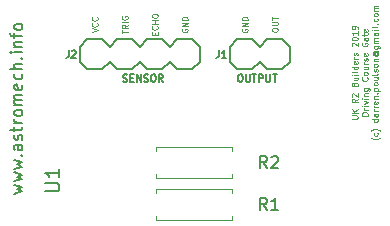
<source format=gbr>
G04 #@! TF.GenerationSoftware,KiCad,Pcbnew,5.0.2-bee76a0~70~ubuntu18.04.1*
G04 #@! TF.CreationDate,2019-05-12T23:41:40+01:00*
G04 #@! TF.ProjectId,Timer Gate,54696d65-7220-4476-9174-652e6b696361,rev?*
G04 #@! TF.SameCoordinates,Original*
G04 #@! TF.FileFunction,Legend,Top*
G04 #@! TF.FilePolarity,Positive*
%FSLAX46Y46*%
G04 Gerber Fmt 4.6, Leading zero omitted, Abs format (unit mm)*
G04 Created by KiCad (PCBNEW 5.0.2-bee76a0~70~ubuntu18.04.1) date Sun May 12 23:41:40 2019*
%MOMM*%
%LPD*%
G01*
G04 APERTURE LIST*
%ADD10C,0.200000*%
%ADD11C,0.100000*%
%ADD12C,0.203200*%
%ADD13C,0.120000*%
%ADD14C,0.150000*%
%ADD15C,0.127000*%
G04 APERTURE END LIST*
D10*
X120689714Y-91034285D02*
X121356380Y-90843809D01*
X120880190Y-90653333D01*
X121356380Y-90462857D01*
X120689714Y-90272380D01*
X120689714Y-89986666D02*
X121356380Y-89796190D01*
X120880190Y-89605714D01*
X121356380Y-89415238D01*
X120689714Y-89224761D01*
X120689714Y-88939047D02*
X121356380Y-88748571D01*
X120880190Y-88558095D01*
X121356380Y-88367619D01*
X120689714Y-88177142D01*
X121261142Y-87796190D02*
X121308761Y-87748571D01*
X121356380Y-87796190D01*
X121308761Y-87843809D01*
X121261142Y-87796190D01*
X121356380Y-87796190D01*
X121356380Y-86891428D02*
X120832571Y-86891428D01*
X120737333Y-86939047D01*
X120689714Y-87034285D01*
X120689714Y-87224761D01*
X120737333Y-87320000D01*
X121308761Y-86891428D02*
X121356380Y-86986666D01*
X121356380Y-87224761D01*
X121308761Y-87320000D01*
X121213523Y-87367619D01*
X121118285Y-87367619D01*
X121023047Y-87320000D01*
X120975428Y-87224761D01*
X120975428Y-86986666D01*
X120927809Y-86891428D01*
X121308761Y-86462857D02*
X121356380Y-86367619D01*
X121356380Y-86177142D01*
X121308761Y-86081904D01*
X121213523Y-86034285D01*
X121165904Y-86034285D01*
X121070666Y-86081904D01*
X121023047Y-86177142D01*
X121023047Y-86320000D01*
X120975428Y-86415238D01*
X120880190Y-86462857D01*
X120832571Y-86462857D01*
X120737333Y-86415238D01*
X120689714Y-86320000D01*
X120689714Y-86177142D01*
X120737333Y-86081904D01*
X120689714Y-85748571D02*
X120689714Y-85367619D01*
X120356380Y-85605714D02*
X121213523Y-85605714D01*
X121308761Y-85558095D01*
X121356380Y-85462857D01*
X121356380Y-85367619D01*
X121356380Y-85034285D02*
X120689714Y-85034285D01*
X120880190Y-85034285D02*
X120784952Y-84986666D01*
X120737333Y-84939047D01*
X120689714Y-84843809D01*
X120689714Y-84748571D01*
X121356380Y-84272380D02*
X121308761Y-84367619D01*
X121261142Y-84415238D01*
X121165904Y-84462857D01*
X120880190Y-84462857D01*
X120784952Y-84415238D01*
X120737333Y-84367619D01*
X120689714Y-84272380D01*
X120689714Y-84129523D01*
X120737333Y-84034285D01*
X120784952Y-83986666D01*
X120880190Y-83939047D01*
X121165904Y-83939047D01*
X121261142Y-83986666D01*
X121308761Y-84034285D01*
X121356380Y-84129523D01*
X121356380Y-84272380D01*
X121356380Y-83510476D02*
X120689714Y-83510476D01*
X120784952Y-83510476D02*
X120737333Y-83462857D01*
X120689714Y-83367619D01*
X120689714Y-83224761D01*
X120737333Y-83129523D01*
X120832571Y-83081904D01*
X121356380Y-83081904D01*
X120832571Y-83081904D02*
X120737333Y-83034285D01*
X120689714Y-82939047D01*
X120689714Y-82796190D01*
X120737333Y-82700952D01*
X120832571Y-82653333D01*
X121356380Y-82653333D01*
X121308761Y-81796190D02*
X121356380Y-81891428D01*
X121356380Y-82081904D01*
X121308761Y-82177142D01*
X121213523Y-82224761D01*
X120832571Y-82224761D01*
X120737333Y-82177142D01*
X120689714Y-82081904D01*
X120689714Y-81891428D01*
X120737333Y-81796190D01*
X120832571Y-81748571D01*
X120927809Y-81748571D01*
X121023047Y-82224761D01*
X121308761Y-80891428D02*
X121356380Y-80986666D01*
X121356380Y-81177142D01*
X121308761Y-81272380D01*
X121261142Y-81320000D01*
X121165904Y-81367619D01*
X120880190Y-81367619D01*
X120784952Y-81320000D01*
X120737333Y-81272380D01*
X120689714Y-81177142D01*
X120689714Y-80986666D01*
X120737333Y-80891428D01*
X121356380Y-80462857D02*
X120356380Y-80462857D01*
X121356380Y-80034285D02*
X120832571Y-80034285D01*
X120737333Y-80081904D01*
X120689714Y-80177142D01*
X120689714Y-80320000D01*
X120737333Y-80415238D01*
X120784952Y-80462857D01*
X121261142Y-79558095D02*
X121308761Y-79510476D01*
X121356380Y-79558095D01*
X121308761Y-79605714D01*
X121261142Y-79558095D01*
X121356380Y-79558095D01*
X121356380Y-79081904D02*
X120689714Y-79081904D01*
X120356380Y-79081904D02*
X120404000Y-79129523D01*
X120451619Y-79081904D01*
X120404000Y-79034285D01*
X120356380Y-79081904D01*
X120451619Y-79081904D01*
X120689714Y-78605714D02*
X121356380Y-78605714D01*
X120784952Y-78605714D02*
X120737333Y-78558095D01*
X120689714Y-78462857D01*
X120689714Y-78320000D01*
X120737333Y-78224761D01*
X120832571Y-78177142D01*
X121356380Y-78177142D01*
X120689714Y-77843809D02*
X120689714Y-77462857D01*
X121356380Y-77700952D02*
X120499238Y-77700952D01*
X120404000Y-77653333D01*
X120356380Y-77558095D01*
X120356380Y-77462857D01*
X121356380Y-76986666D02*
X121308761Y-77081904D01*
X121261142Y-77129523D01*
X121165904Y-77177142D01*
X120880190Y-77177142D01*
X120784952Y-77129523D01*
X120737333Y-77081904D01*
X120689714Y-76986666D01*
X120689714Y-76843809D01*
X120737333Y-76748571D01*
X120784952Y-76700952D01*
X120880190Y-76653333D01*
X121165904Y-76653333D01*
X121261142Y-76700952D01*
X121308761Y-76748571D01*
X121356380Y-76843809D01*
X121356380Y-76986666D01*
D11*
X149244190Y-84700571D02*
X149648952Y-84700571D01*
X149696571Y-84676761D01*
X149720380Y-84652952D01*
X149744190Y-84605333D01*
X149744190Y-84510095D01*
X149720380Y-84462476D01*
X149696571Y-84438666D01*
X149648952Y-84414857D01*
X149244190Y-84414857D01*
X149744190Y-84176761D02*
X149244190Y-84176761D01*
X149744190Y-83891047D02*
X149458476Y-84105333D01*
X149244190Y-83891047D02*
X149529904Y-84176761D01*
X149744190Y-83010095D02*
X149506095Y-83176761D01*
X149744190Y-83295809D02*
X149244190Y-83295809D01*
X149244190Y-83105333D01*
X149268000Y-83057714D01*
X149291809Y-83033904D01*
X149339428Y-83010095D01*
X149410857Y-83010095D01*
X149458476Y-83033904D01*
X149482285Y-83057714D01*
X149506095Y-83105333D01*
X149506095Y-83295809D01*
X149291809Y-82819619D02*
X149268000Y-82795809D01*
X149244190Y-82748190D01*
X149244190Y-82629142D01*
X149268000Y-82581523D01*
X149291809Y-82557714D01*
X149339428Y-82533904D01*
X149387047Y-82533904D01*
X149458476Y-82557714D01*
X149744190Y-82843428D01*
X149744190Y-82533904D01*
X149482285Y-81772000D02*
X149506095Y-81700571D01*
X149529904Y-81676761D01*
X149577523Y-81652952D01*
X149648952Y-81652952D01*
X149696571Y-81676761D01*
X149720380Y-81700571D01*
X149744190Y-81748190D01*
X149744190Y-81938666D01*
X149244190Y-81938666D01*
X149244190Y-81772000D01*
X149268000Y-81724380D01*
X149291809Y-81700571D01*
X149339428Y-81676761D01*
X149387047Y-81676761D01*
X149434666Y-81700571D01*
X149458476Y-81724380D01*
X149482285Y-81772000D01*
X149482285Y-81938666D01*
X149410857Y-81224380D02*
X149744190Y-81224380D01*
X149410857Y-81438666D02*
X149672761Y-81438666D01*
X149720380Y-81414857D01*
X149744190Y-81367238D01*
X149744190Y-81295809D01*
X149720380Y-81248190D01*
X149696571Y-81224380D01*
X149744190Y-80986285D02*
X149410857Y-80986285D01*
X149244190Y-80986285D02*
X149268000Y-81010095D01*
X149291809Y-80986285D01*
X149268000Y-80962476D01*
X149244190Y-80986285D01*
X149291809Y-80986285D01*
X149744190Y-80676761D02*
X149720380Y-80724380D01*
X149672761Y-80748190D01*
X149244190Y-80748190D01*
X149744190Y-80272000D02*
X149244190Y-80272000D01*
X149720380Y-80272000D02*
X149744190Y-80319619D01*
X149744190Y-80414857D01*
X149720380Y-80462476D01*
X149696571Y-80486285D01*
X149648952Y-80510095D01*
X149506095Y-80510095D01*
X149458476Y-80486285D01*
X149434666Y-80462476D01*
X149410857Y-80414857D01*
X149410857Y-80319619D01*
X149434666Y-80272000D01*
X149720380Y-79843428D02*
X149744190Y-79891047D01*
X149744190Y-79986285D01*
X149720380Y-80033904D01*
X149672761Y-80057714D01*
X149482285Y-80057714D01*
X149434666Y-80033904D01*
X149410857Y-79986285D01*
X149410857Y-79891047D01*
X149434666Y-79843428D01*
X149482285Y-79819619D01*
X149529904Y-79819619D01*
X149577523Y-80057714D01*
X149744190Y-79605333D02*
X149410857Y-79605333D01*
X149506095Y-79605333D02*
X149458476Y-79581523D01*
X149434666Y-79557714D01*
X149410857Y-79510095D01*
X149410857Y-79462476D01*
X149720380Y-79319619D02*
X149744190Y-79272000D01*
X149744190Y-79176761D01*
X149720380Y-79129142D01*
X149672761Y-79105333D01*
X149648952Y-79105333D01*
X149601333Y-79129142D01*
X149577523Y-79176761D01*
X149577523Y-79248190D01*
X149553714Y-79295809D01*
X149506095Y-79319619D01*
X149482285Y-79319619D01*
X149434666Y-79295809D01*
X149410857Y-79248190D01*
X149410857Y-79176761D01*
X149434666Y-79129142D01*
X149291809Y-78533904D02*
X149268000Y-78510095D01*
X149244190Y-78462476D01*
X149244190Y-78343428D01*
X149268000Y-78295809D01*
X149291809Y-78272000D01*
X149339428Y-78248190D01*
X149387047Y-78248190D01*
X149458476Y-78272000D01*
X149744190Y-78557714D01*
X149744190Y-78248190D01*
X149244190Y-77938666D02*
X149244190Y-77891047D01*
X149268000Y-77843428D01*
X149291809Y-77819619D01*
X149339428Y-77795809D01*
X149434666Y-77772000D01*
X149553714Y-77772000D01*
X149648952Y-77795809D01*
X149696571Y-77819619D01*
X149720380Y-77843428D01*
X149744190Y-77891047D01*
X149744190Y-77938666D01*
X149720380Y-77986285D01*
X149696571Y-78010095D01*
X149648952Y-78033904D01*
X149553714Y-78057714D01*
X149434666Y-78057714D01*
X149339428Y-78033904D01*
X149291809Y-78010095D01*
X149268000Y-77986285D01*
X149244190Y-77938666D01*
X149744190Y-77295809D02*
X149744190Y-77581523D01*
X149744190Y-77438666D02*
X149244190Y-77438666D01*
X149315619Y-77486285D01*
X149363238Y-77533904D01*
X149387047Y-77581523D01*
X149744190Y-77057714D02*
X149744190Y-76962476D01*
X149720380Y-76914857D01*
X149696571Y-76891047D01*
X149625142Y-76843428D01*
X149529904Y-76819619D01*
X149339428Y-76819619D01*
X149291809Y-76843428D01*
X149268000Y-76867238D01*
X149244190Y-76914857D01*
X149244190Y-77010095D01*
X149268000Y-77057714D01*
X149291809Y-77081523D01*
X149339428Y-77105333D01*
X149458476Y-77105333D01*
X149506095Y-77081523D01*
X149529904Y-77057714D01*
X149553714Y-77010095D01*
X149553714Y-76914857D01*
X149529904Y-76867238D01*
X149506095Y-76843428D01*
X149458476Y-76819619D01*
X150594190Y-84426761D02*
X150094190Y-84426761D01*
X150094190Y-84307714D01*
X150118000Y-84236285D01*
X150165619Y-84188666D01*
X150213238Y-84164857D01*
X150308476Y-84141047D01*
X150379904Y-84141047D01*
X150475142Y-84164857D01*
X150522761Y-84188666D01*
X150570380Y-84236285D01*
X150594190Y-84307714D01*
X150594190Y-84426761D01*
X150594190Y-83926761D02*
X150260857Y-83926761D01*
X150356095Y-83926761D02*
X150308476Y-83902952D01*
X150284666Y-83879142D01*
X150260857Y-83831523D01*
X150260857Y-83783904D01*
X150594190Y-83617238D02*
X150260857Y-83617238D01*
X150094190Y-83617238D02*
X150118000Y-83641047D01*
X150141809Y-83617238D01*
X150118000Y-83593428D01*
X150094190Y-83617238D01*
X150141809Y-83617238D01*
X150260857Y-83426761D02*
X150594190Y-83307714D01*
X150260857Y-83188666D01*
X150594190Y-82998190D02*
X150260857Y-82998190D01*
X150094190Y-82998190D02*
X150118000Y-83022000D01*
X150141809Y-82998190D01*
X150118000Y-82974380D01*
X150094190Y-82998190D01*
X150141809Y-82998190D01*
X150260857Y-82760095D02*
X150594190Y-82760095D01*
X150308476Y-82760095D02*
X150284666Y-82736285D01*
X150260857Y-82688666D01*
X150260857Y-82617238D01*
X150284666Y-82569619D01*
X150332285Y-82545809D01*
X150594190Y-82545809D01*
X150260857Y-82093428D02*
X150665619Y-82093428D01*
X150713238Y-82117238D01*
X150737047Y-82141047D01*
X150760857Y-82188666D01*
X150760857Y-82260095D01*
X150737047Y-82307714D01*
X150570380Y-82093428D02*
X150594190Y-82141047D01*
X150594190Y-82236285D01*
X150570380Y-82283904D01*
X150546571Y-82307714D01*
X150498952Y-82331523D01*
X150356095Y-82331523D01*
X150308476Y-82307714D01*
X150284666Y-82283904D01*
X150260857Y-82236285D01*
X150260857Y-82141047D01*
X150284666Y-82093428D01*
X150546571Y-81188666D02*
X150570380Y-81212476D01*
X150594190Y-81283904D01*
X150594190Y-81331523D01*
X150570380Y-81402952D01*
X150522761Y-81450571D01*
X150475142Y-81474380D01*
X150379904Y-81498190D01*
X150308476Y-81498190D01*
X150213238Y-81474380D01*
X150165619Y-81450571D01*
X150118000Y-81402952D01*
X150094190Y-81331523D01*
X150094190Y-81283904D01*
X150118000Y-81212476D01*
X150141809Y-81188666D01*
X150594190Y-80902952D02*
X150570380Y-80950571D01*
X150546571Y-80974380D01*
X150498952Y-80998190D01*
X150356095Y-80998190D01*
X150308476Y-80974380D01*
X150284666Y-80950571D01*
X150260857Y-80902952D01*
X150260857Y-80831523D01*
X150284666Y-80783904D01*
X150308476Y-80760095D01*
X150356095Y-80736285D01*
X150498952Y-80736285D01*
X150546571Y-80760095D01*
X150570380Y-80783904D01*
X150594190Y-80831523D01*
X150594190Y-80902952D01*
X150260857Y-80307714D02*
X150594190Y-80307714D01*
X150260857Y-80522000D02*
X150522761Y-80522000D01*
X150570380Y-80498190D01*
X150594190Y-80450571D01*
X150594190Y-80379142D01*
X150570380Y-80331523D01*
X150546571Y-80307714D01*
X150594190Y-80069619D02*
X150260857Y-80069619D01*
X150356095Y-80069619D02*
X150308476Y-80045809D01*
X150284666Y-80022000D01*
X150260857Y-79974380D01*
X150260857Y-79926761D01*
X150570380Y-79783904D02*
X150594190Y-79736285D01*
X150594190Y-79641047D01*
X150570380Y-79593428D01*
X150522761Y-79569619D01*
X150498952Y-79569619D01*
X150451333Y-79593428D01*
X150427523Y-79641047D01*
X150427523Y-79712476D01*
X150403714Y-79760095D01*
X150356095Y-79783904D01*
X150332285Y-79783904D01*
X150284666Y-79760095D01*
X150260857Y-79712476D01*
X150260857Y-79641047D01*
X150284666Y-79593428D01*
X150570380Y-79164857D02*
X150594190Y-79212476D01*
X150594190Y-79307714D01*
X150570380Y-79355333D01*
X150522761Y-79379142D01*
X150332285Y-79379142D01*
X150284666Y-79355333D01*
X150260857Y-79307714D01*
X150260857Y-79212476D01*
X150284666Y-79164857D01*
X150332285Y-79141047D01*
X150379904Y-79141047D01*
X150427523Y-79379142D01*
X150118000Y-78283904D02*
X150094190Y-78331523D01*
X150094190Y-78402952D01*
X150118000Y-78474380D01*
X150165619Y-78522000D01*
X150213238Y-78545809D01*
X150308476Y-78569619D01*
X150379904Y-78569619D01*
X150475142Y-78545809D01*
X150522761Y-78522000D01*
X150570380Y-78474380D01*
X150594190Y-78402952D01*
X150594190Y-78355333D01*
X150570380Y-78283904D01*
X150546571Y-78260095D01*
X150379904Y-78260095D01*
X150379904Y-78355333D01*
X150594190Y-77831523D02*
X150332285Y-77831523D01*
X150284666Y-77855333D01*
X150260857Y-77902952D01*
X150260857Y-77998190D01*
X150284666Y-78045809D01*
X150570380Y-77831523D02*
X150594190Y-77879142D01*
X150594190Y-77998190D01*
X150570380Y-78045809D01*
X150522761Y-78069619D01*
X150475142Y-78069619D01*
X150427523Y-78045809D01*
X150403714Y-77998190D01*
X150403714Y-77879142D01*
X150379904Y-77831523D01*
X150260857Y-77664857D02*
X150260857Y-77474380D01*
X150094190Y-77593428D02*
X150522761Y-77593428D01*
X150570380Y-77569619D01*
X150594190Y-77522000D01*
X150594190Y-77474380D01*
X150570380Y-77117238D02*
X150594190Y-77164857D01*
X150594190Y-77260095D01*
X150570380Y-77307714D01*
X150522761Y-77331523D01*
X150332285Y-77331523D01*
X150284666Y-77307714D01*
X150260857Y-77260095D01*
X150260857Y-77164857D01*
X150284666Y-77117238D01*
X150332285Y-77093428D01*
X150379904Y-77093428D01*
X150427523Y-77331523D01*
X151634666Y-86283904D02*
X151610857Y-86307714D01*
X151539428Y-86355333D01*
X151491809Y-86379142D01*
X151420380Y-86402952D01*
X151301333Y-86426761D01*
X151206095Y-86426761D01*
X151087047Y-86402952D01*
X151015619Y-86379142D01*
X150968000Y-86355333D01*
X150896571Y-86307714D01*
X150872761Y-86283904D01*
X151420380Y-85879142D02*
X151444190Y-85926761D01*
X151444190Y-86022000D01*
X151420380Y-86069619D01*
X151396571Y-86093428D01*
X151348952Y-86117238D01*
X151206095Y-86117238D01*
X151158476Y-86093428D01*
X151134666Y-86069619D01*
X151110857Y-86022000D01*
X151110857Y-85926761D01*
X151134666Y-85879142D01*
X151634666Y-85712476D02*
X151610857Y-85688666D01*
X151539428Y-85641047D01*
X151491809Y-85617238D01*
X151420380Y-85593428D01*
X151301333Y-85569619D01*
X151206095Y-85569619D01*
X151087047Y-85593428D01*
X151015619Y-85617238D01*
X150968000Y-85641047D01*
X150896571Y-85688666D01*
X150872761Y-85712476D01*
X151444190Y-84736285D02*
X150944190Y-84736285D01*
X151420380Y-84736285D02*
X151444190Y-84783904D01*
X151444190Y-84879142D01*
X151420380Y-84926761D01*
X151396571Y-84950571D01*
X151348952Y-84974380D01*
X151206095Y-84974380D01*
X151158476Y-84950571D01*
X151134666Y-84926761D01*
X151110857Y-84879142D01*
X151110857Y-84783904D01*
X151134666Y-84736285D01*
X151444190Y-84283904D02*
X151182285Y-84283904D01*
X151134666Y-84307714D01*
X151110857Y-84355333D01*
X151110857Y-84450571D01*
X151134666Y-84498190D01*
X151420380Y-84283904D02*
X151444190Y-84331523D01*
X151444190Y-84450571D01*
X151420380Y-84498190D01*
X151372761Y-84522000D01*
X151325142Y-84522000D01*
X151277523Y-84498190D01*
X151253714Y-84450571D01*
X151253714Y-84331523D01*
X151229904Y-84283904D01*
X151444190Y-84045809D02*
X151110857Y-84045809D01*
X151206095Y-84045809D02*
X151158476Y-84022000D01*
X151134666Y-83998190D01*
X151110857Y-83950571D01*
X151110857Y-83902952D01*
X151444190Y-83736285D02*
X151110857Y-83736285D01*
X151206095Y-83736285D02*
X151158476Y-83712476D01*
X151134666Y-83688666D01*
X151110857Y-83641047D01*
X151110857Y-83593428D01*
X151420380Y-83236285D02*
X151444190Y-83283904D01*
X151444190Y-83379142D01*
X151420380Y-83426761D01*
X151372761Y-83450571D01*
X151182285Y-83450571D01*
X151134666Y-83426761D01*
X151110857Y-83379142D01*
X151110857Y-83283904D01*
X151134666Y-83236285D01*
X151182285Y-83212476D01*
X151229904Y-83212476D01*
X151277523Y-83450571D01*
X151110857Y-82998190D02*
X151444190Y-82998190D01*
X151158476Y-82998190D02*
X151134666Y-82974380D01*
X151110857Y-82926761D01*
X151110857Y-82855333D01*
X151134666Y-82807714D01*
X151182285Y-82783904D01*
X151444190Y-82783904D01*
X151396571Y-82545809D02*
X151420380Y-82522000D01*
X151444190Y-82545809D01*
X151420380Y-82569619D01*
X151396571Y-82545809D01*
X151444190Y-82545809D01*
X151110857Y-82307714D02*
X151610857Y-82307714D01*
X151134666Y-82307714D02*
X151110857Y-82260095D01*
X151110857Y-82164857D01*
X151134666Y-82117238D01*
X151158476Y-82093428D01*
X151206095Y-82069619D01*
X151348952Y-82069619D01*
X151396571Y-82093428D01*
X151420380Y-82117238D01*
X151444190Y-82164857D01*
X151444190Y-82260095D01*
X151420380Y-82307714D01*
X151444190Y-81783904D02*
X151420380Y-81831523D01*
X151396571Y-81855333D01*
X151348952Y-81879142D01*
X151206095Y-81879142D01*
X151158476Y-81855333D01*
X151134666Y-81831523D01*
X151110857Y-81783904D01*
X151110857Y-81712476D01*
X151134666Y-81664857D01*
X151158476Y-81641047D01*
X151206095Y-81617238D01*
X151348952Y-81617238D01*
X151396571Y-81641047D01*
X151420380Y-81664857D01*
X151444190Y-81712476D01*
X151444190Y-81783904D01*
X151110857Y-81188666D02*
X151444190Y-81188666D01*
X151110857Y-81402952D02*
X151372761Y-81402952D01*
X151420380Y-81379142D01*
X151444190Y-81331523D01*
X151444190Y-81260095D01*
X151420380Y-81212476D01*
X151396571Y-81188666D01*
X151444190Y-80879142D02*
X151420380Y-80926761D01*
X151372761Y-80950571D01*
X150944190Y-80950571D01*
X151420380Y-80712476D02*
X151444190Y-80664857D01*
X151444190Y-80569619D01*
X151420380Y-80522000D01*
X151372761Y-80498190D01*
X151348952Y-80498190D01*
X151301333Y-80522000D01*
X151277523Y-80569619D01*
X151277523Y-80641047D01*
X151253714Y-80688666D01*
X151206095Y-80712476D01*
X151182285Y-80712476D01*
X151134666Y-80688666D01*
X151110857Y-80641047D01*
X151110857Y-80569619D01*
X151134666Y-80522000D01*
X151444190Y-80212476D02*
X151420380Y-80260095D01*
X151396571Y-80283904D01*
X151348952Y-80307714D01*
X151206095Y-80307714D01*
X151158476Y-80283904D01*
X151134666Y-80260095D01*
X151110857Y-80212476D01*
X151110857Y-80141047D01*
X151134666Y-80093428D01*
X151158476Y-80069619D01*
X151206095Y-80045809D01*
X151348952Y-80045809D01*
X151396571Y-80069619D01*
X151420380Y-80093428D01*
X151444190Y-80141047D01*
X151444190Y-80212476D01*
X151110857Y-79831523D02*
X151444190Y-79831523D01*
X151158476Y-79831523D02*
X151134666Y-79807714D01*
X151110857Y-79760095D01*
X151110857Y-79688666D01*
X151134666Y-79641047D01*
X151182285Y-79617238D01*
X151444190Y-79617238D01*
X151206095Y-79069619D02*
X151182285Y-79093428D01*
X151158476Y-79141047D01*
X151158476Y-79188666D01*
X151182285Y-79236285D01*
X151206095Y-79260095D01*
X151253714Y-79283904D01*
X151301333Y-79283904D01*
X151348952Y-79260095D01*
X151372761Y-79236285D01*
X151396571Y-79188666D01*
X151396571Y-79141047D01*
X151372761Y-79093428D01*
X151348952Y-79069619D01*
X151158476Y-79069619D02*
X151348952Y-79069619D01*
X151372761Y-79045809D01*
X151372761Y-79022000D01*
X151348952Y-78974380D01*
X151301333Y-78950571D01*
X151182285Y-78950571D01*
X151110857Y-78998190D01*
X151063238Y-79069619D01*
X151039428Y-79164857D01*
X151063238Y-79260095D01*
X151110857Y-79331523D01*
X151182285Y-79379142D01*
X151277523Y-79402952D01*
X151372761Y-79379142D01*
X151444190Y-79331523D01*
X151491809Y-79260095D01*
X151515619Y-79164857D01*
X151491809Y-79069619D01*
X151444190Y-78998190D01*
X151110857Y-78522000D02*
X151515619Y-78522000D01*
X151563238Y-78545809D01*
X151587047Y-78569619D01*
X151610857Y-78617238D01*
X151610857Y-78688666D01*
X151587047Y-78736285D01*
X151420380Y-78522000D02*
X151444190Y-78569619D01*
X151444190Y-78664857D01*
X151420380Y-78712476D01*
X151396571Y-78736285D01*
X151348952Y-78760095D01*
X151206095Y-78760095D01*
X151158476Y-78736285D01*
X151134666Y-78712476D01*
X151110857Y-78664857D01*
X151110857Y-78569619D01*
X151134666Y-78522000D01*
X151444190Y-78283904D02*
X151110857Y-78283904D01*
X151158476Y-78283904D02*
X151134666Y-78260095D01*
X151110857Y-78212476D01*
X151110857Y-78141047D01*
X151134666Y-78093428D01*
X151182285Y-78069619D01*
X151444190Y-78069619D01*
X151182285Y-78069619D02*
X151134666Y-78045809D01*
X151110857Y-77998190D01*
X151110857Y-77926761D01*
X151134666Y-77879142D01*
X151182285Y-77855333D01*
X151444190Y-77855333D01*
X151444190Y-77402952D02*
X151182285Y-77402952D01*
X151134666Y-77426761D01*
X151110857Y-77474380D01*
X151110857Y-77569619D01*
X151134666Y-77617238D01*
X151420380Y-77402952D02*
X151444190Y-77450571D01*
X151444190Y-77569619D01*
X151420380Y-77617238D01*
X151372761Y-77641047D01*
X151325142Y-77641047D01*
X151277523Y-77617238D01*
X151253714Y-77569619D01*
X151253714Y-77450571D01*
X151229904Y-77402952D01*
X151444190Y-77164857D02*
X151110857Y-77164857D01*
X150944190Y-77164857D02*
X150968000Y-77188666D01*
X150991809Y-77164857D01*
X150968000Y-77141047D01*
X150944190Y-77164857D01*
X150991809Y-77164857D01*
X151444190Y-76855333D02*
X151420380Y-76902952D01*
X151372761Y-76926761D01*
X150944190Y-76926761D01*
X151396571Y-76664857D02*
X151420380Y-76641047D01*
X151444190Y-76664857D01*
X151420380Y-76688666D01*
X151396571Y-76664857D01*
X151444190Y-76664857D01*
X151420380Y-76212476D02*
X151444190Y-76260095D01*
X151444190Y-76355333D01*
X151420380Y-76402952D01*
X151396571Y-76426761D01*
X151348952Y-76450571D01*
X151206095Y-76450571D01*
X151158476Y-76426761D01*
X151134666Y-76402952D01*
X151110857Y-76355333D01*
X151110857Y-76260095D01*
X151134666Y-76212476D01*
X151444190Y-75926761D02*
X151420380Y-75974380D01*
X151396571Y-75998190D01*
X151348952Y-76022000D01*
X151206095Y-76022000D01*
X151158476Y-75998190D01*
X151134666Y-75974380D01*
X151110857Y-75926761D01*
X151110857Y-75855333D01*
X151134666Y-75807714D01*
X151158476Y-75783904D01*
X151206095Y-75760095D01*
X151348952Y-75760095D01*
X151396571Y-75783904D01*
X151420380Y-75807714D01*
X151444190Y-75855333D01*
X151444190Y-75926761D01*
X151444190Y-75545809D02*
X151110857Y-75545809D01*
X151158476Y-75545809D02*
X151134666Y-75522000D01*
X151110857Y-75474380D01*
X151110857Y-75402952D01*
X151134666Y-75355333D01*
X151182285Y-75331523D01*
X151444190Y-75331523D01*
X151182285Y-75331523D02*
X151134666Y-75307714D01*
X151110857Y-75260095D01*
X151110857Y-75188666D01*
X151134666Y-75141047D01*
X151182285Y-75117238D01*
X151444190Y-75117238D01*
X134878000Y-77088952D02*
X134854190Y-77136571D01*
X134854190Y-77208000D01*
X134878000Y-77279428D01*
X134925619Y-77327047D01*
X134973238Y-77350857D01*
X135068476Y-77374666D01*
X135139904Y-77374666D01*
X135235142Y-77350857D01*
X135282761Y-77327047D01*
X135330380Y-77279428D01*
X135354190Y-77208000D01*
X135354190Y-77160380D01*
X135330380Y-77088952D01*
X135306571Y-77065142D01*
X135139904Y-77065142D01*
X135139904Y-77160380D01*
X135354190Y-76850857D02*
X134854190Y-76850857D01*
X135354190Y-76565142D01*
X134854190Y-76565142D01*
X135354190Y-76327047D02*
X134854190Y-76327047D01*
X134854190Y-76208000D01*
X134878000Y-76136571D01*
X134925619Y-76088952D01*
X134973238Y-76065142D01*
X135068476Y-76041333D01*
X135139904Y-76041333D01*
X135235142Y-76065142D01*
X135282761Y-76088952D01*
X135330380Y-76136571D01*
X135354190Y-76208000D01*
X135354190Y-76327047D01*
X132552285Y-77588952D02*
X132552285Y-77422285D01*
X132814190Y-77350857D02*
X132814190Y-77588952D01*
X132314190Y-77588952D01*
X132314190Y-77350857D01*
X132766571Y-76850857D02*
X132790380Y-76874666D01*
X132814190Y-76946095D01*
X132814190Y-76993714D01*
X132790380Y-77065142D01*
X132742761Y-77112761D01*
X132695142Y-77136571D01*
X132599904Y-77160380D01*
X132528476Y-77160380D01*
X132433238Y-77136571D01*
X132385619Y-77112761D01*
X132338000Y-77065142D01*
X132314190Y-76993714D01*
X132314190Y-76946095D01*
X132338000Y-76874666D01*
X132361809Y-76850857D01*
X132814190Y-76636571D02*
X132314190Y-76636571D01*
X132552285Y-76636571D02*
X132552285Y-76350857D01*
X132814190Y-76350857D02*
X132314190Y-76350857D01*
X132314190Y-76017523D02*
X132314190Y-75922285D01*
X132338000Y-75874666D01*
X132385619Y-75827047D01*
X132480857Y-75803238D01*
X132647523Y-75803238D01*
X132742761Y-75827047D01*
X132790380Y-75874666D01*
X132814190Y-75922285D01*
X132814190Y-76017523D01*
X132790380Y-76065142D01*
X132742761Y-76112761D01*
X132647523Y-76136571D01*
X132480857Y-76136571D01*
X132385619Y-76112761D01*
X132338000Y-76065142D01*
X132314190Y-76017523D01*
X129774190Y-77469904D02*
X129774190Y-77184190D01*
X130274190Y-77327047D02*
X129774190Y-77327047D01*
X130274190Y-76731809D02*
X130036095Y-76898476D01*
X130274190Y-77017523D02*
X129774190Y-77017523D01*
X129774190Y-76827047D01*
X129798000Y-76779428D01*
X129821809Y-76755619D01*
X129869428Y-76731809D01*
X129940857Y-76731809D01*
X129988476Y-76755619D01*
X130012285Y-76779428D01*
X130036095Y-76827047D01*
X130036095Y-77017523D01*
X130274190Y-76517523D02*
X129774190Y-76517523D01*
X129798000Y-76017523D02*
X129774190Y-76065142D01*
X129774190Y-76136571D01*
X129798000Y-76208000D01*
X129845619Y-76255619D01*
X129893238Y-76279428D01*
X129988476Y-76303238D01*
X130059904Y-76303238D01*
X130155142Y-76279428D01*
X130202761Y-76255619D01*
X130250380Y-76208000D01*
X130274190Y-76136571D01*
X130274190Y-76088952D01*
X130250380Y-76017523D01*
X130226571Y-75993714D01*
X130059904Y-75993714D01*
X130059904Y-76088952D01*
X127234190Y-77374666D02*
X127734190Y-77208000D01*
X127234190Y-77041333D01*
X127686571Y-76588952D02*
X127710380Y-76612761D01*
X127734190Y-76684190D01*
X127734190Y-76731809D01*
X127710380Y-76803238D01*
X127662761Y-76850857D01*
X127615142Y-76874666D01*
X127519904Y-76898476D01*
X127448476Y-76898476D01*
X127353238Y-76874666D01*
X127305619Y-76850857D01*
X127258000Y-76803238D01*
X127234190Y-76731809D01*
X127234190Y-76684190D01*
X127258000Y-76612761D01*
X127281809Y-76588952D01*
X127686571Y-76088952D02*
X127710380Y-76112761D01*
X127734190Y-76184190D01*
X127734190Y-76231809D01*
X127710380Y-76303238D01*
X127662761Y-76350857D01*
X127615142Y-76374666D01*
X127519904Y-76398476D01*
X127448476Y-76398476D01*
X127353238Y-76374666D01*
X127305619Y-76350857D01*
X127258000Y-76303238D01*
X127234190Y-76231809D01*
X127234190Y-76184190D01*
X127258000Y-76112761D01*
X127281809Y-76088952D01*
X142474190Y-77208000D02*
X142474190Y-77112761D01*
X142498000Y-77065142D01*
X142545619Y-77017523D01*
X142640857Y-76993714D01*
X142807523Y-76993714D01*
X142902761Y-77017523D01*
X142950380Y-77065142D01*
X142974190Y-77112761D01*
X142974190Y-77208000D01*
X142950380Y-77255619D01*
X142902761Y-77303238D01*
X142807523Y-77327047D01*
X142640857Y-77327047D01*
X142545619Y-77303238D01*
X142498000Y-77255619D01*
X142474190Y-77208000D01*
X142474190Y-76779428D02*
X142878952Y-76779428D01*
X142926571Y-76755619D01*
X142950380Y-76731809D01*
X142974190Y-76684190D01*
X142974190Y-76588952D01*
X142950380Y-76541333D01*
X142926571Y-76517523D01*
X142878952Y-76493714D01*
X142474190Y-76493714D01*
X142474190Y-76327047D02*
X142474190Y-76041333D01*
X142974190Y-76184190D02*
X142474190Y-76184190D01*
X139958000Y-77088952D02*
X139934190Y-77136571D01*
X139934190Y-77208000D01*
X139958000Y-77279428D01*
X140005619Y-77327047D01*
X140053238Y-77350857D01*
X140148476Y-77374666D01*
X140219904Y-77374666D01*
X140315142Y-77350857D01*
X140362761Y-77327047D01*
X140410380Y-77279428D01*
X140434190Y-77208000D01*
X140434190Y-77160380D01*
X140410380Y-77088952D01*
X140386571Y-77065142D01*
X140219904Y-77065142D01*
X140219904Y-77160380D01*
X140434190Y-76850857D02*
X139934190Y-76850857D01*
X140434190Y-76565142D01*
X139934190Y-76565142D01*
X140434190Y-76327047D02*
X139934190Y-76327047D01*
X139934190Y-76208000D01*
X139958000Y-76136571D01*
X140005619Y-76088952D01*
X140053238Y-76065142D01*
X140148476Y-76041333D01*
X140219904Y-76041333D01*
X140315142Y-76065142D01*
X140362761Y-76088952D01*
X140410380Y-76136571D01*
X140434190Y-76208000D01*
X140434190Y-76327047D01*
D12*
G04 #@! TO.C,J1*
X139573000Y-77978000D02*
X140843000Y-77978000D01*
X140843000Y-77978000D02*
X141478000Y-78613000D01*
X141478000Y-79883000D02*
X140843000Y-80518000D01*
X141478000Y-78613000D02*
X142113000Y-77978000D01*
X142113000Y-77978000D02*
X143383000Y-77978000D01*
X143383000Y-77978000D02*
X144018000Y-78613000D01*
X144018000Y-79883000D02*
X143383000Y-80518000D01*
X143383000Y-80518000D02*
X142113000Y-80518000D01*
X142113000Y-80518000D02*
X141478000Y-79883000D01*
X138938000Y-78613000D02*
X138938000Y-79883000D01*
X139573000Y-77978000D02*
X138938000Y-78613000D01*
X138938000Y-79883000D02*
X139573000Y-80518000D01*
X140843000Y-80518000D02*
X139573000Y-80518000D01*
X144018000Y-78613000D02*
X144018000Y-79883000D01*
G04 #@! TO.C,J2*
X134493000Y-77978000D02*
X135763000Y-77978000D01*
X135763000Y-77978000D02*
X136398000Y-78613000D01*
X136398000Y-79883000D02*
X135763000Y-80518000D01*
X131318000Y-78613000D02*
X131953000Y-77978000D01*
X131953000Y-77978000D02*
X133223000Y-77978000D01*
X133223000Y-77978000D02*
X133858000Y-78613000D01*
X133858000Y-79883000D02*
X133223000Y-80518000D01*
X133223000Y-80518000D02*
X131953000Y-80518000D01*
X131953000Y-80518000D02*
X131318000Y-79883000D01*
X134493000Y-77978000D02*
X133858000Y-78613000D01*
X133858000Y-79883000D02*
X134493000Y-80518000D01*
X135763000Y-80518000D02*
X134493000Y-80518000D01*
X126873000Y-77978000D02*
X128143000Y-77978000D01*
X128143000Y-77978000D02*
X128778000Y-78613000D01*
X128778000Y-79883000D02*
X128143000Y-80518000D01*
X128778000Y-78613000D02*
X129413000Y-77978000D01*
X129413000Y-77978000D02*
X130683000Y-77978000D01*
X130683000Y-77978000D02*
X131318000Y-78613000D01*
X131318000Y-79883000D02*
X130683000Y-80518000D01*
X130683000Y-80518000D02*
X129413000Y-80518000D01*
X129413000Y-80518000D02*
X128778000Y-79883000D01*
X126238000Y-78613000D02*
X126238000Y-79883000D01*
X126873000Y-77978000D02*
X126238000Y-78613000D01*
X126238000Y-79883000D02*
X126873000Y-80518000D01*
X128143000Y-80518000D02*
X126873000Y-80518000D01*
X136398000Y-78613000D02*
X136398000Y-79883000D01*
D13*
G04 #@! TO.C,R1*
X139100000Y-93258000D02*
X139100000Y-92928000D01*
X132680000Y-93258000D02*
X139100000Y-93258000D01*
X132680000Y-92928000D02*
X132680000Y-93258000D01*
X139100000Y-90638000D02*
X139100000Y-90968000D01*
X132680000Y-90638000D02*
X139100000Y-90638000D01*
X132680000Y-90968000D02*
X132680000Y-90638000D01*
G04 #@! TO.C,R2*
X132680000Y-87412000D02*
X132680000Y-87082000D01*
X132680000Y-87082000D02*
X139100000Y-87082000D01*
X139100000Y-87082000D02*
X139100000Y-87412000D01*
X132680000Y-89372000D02*
X132680000Y-89702000D01*
X132680000Y-89702000D02*
X139100000Y-89702000D01*
X139100000Y-89702000D02*
X139100000Y-89372000D01*
G04 #@! TO.C,*
D14*
G04 #@! TO.C,J1*
D15*
X137972800Y-78914171D02*
X137972800Y-79349600D01*
X137943771Y-79436685D01*
X137885714Y-79494742D01*
X137798628Y-79523771D01*
X137740571Y-79523771D01*
X138582400Y-79523771D02*
X138234057Y-79523771D01*
X138408228Y-79523771D02*
X138408228Y-78914171D01*
X138350171Y-79001257D01*
X138292114Y-79059314D01*
X138234057Y-79088342D01*
X139758057Y-80946171D02*
X139874171Y-80946171D01*
X139932228Y-80975200D01*
X139990285Y-81033257D01*
X140019314Y-81149371D01*
X140019314Y-81352571D01*
X139990285Y-81468685D01*
X139932228Y-81526742D01*
X139874171Y-81555771D01*
X139758057Y-81555771D01*
X139700000Y-81526742D01*
X139641942Y-81468685D01*
X139612914Y-81352571D01*
X139612914Y-81149371D01*
X139641942Y-81033257D01*
X139700000Y-80975200D01*
X139758057Y-80946171D01*
X140280571Y-80946171D02*
X140280571Y-81439657D01*
X140309600Y-81497714D01*
X140338628Y-81526742D01*
X140396685Y-81555771D01*
X140512800Y-81555771D01*
X140570857Y-81526742D01*
X140599885Y-81497714D01*
X140628914Y-81439657D01*
X140628914Y-80946171D01*
X140832114Y-80946171D02*
X141180457Y-80946171D01*
X141006285Y-81555771D02*
X141006285Y-80946171D01*
X141383657Y-81555771D02*
X141383657Y-80946171D01*
X141615885Y-80946171D01*
X141673942Y-80975200D01*
X141702971Y-81004228D01*
X141732000Y-81062285D01*
X141732000Y-81149371D01*
X141702971Y-81207428D01*
X141673942Y-81236457D01*
X141615885Y-81265485D01*
X141383657Y-81265485D01*
X141993257Y-80946171D02*
X141993257Y-81439657D01*
X142022285Y-81497714D01*
X142051314Y-81526742D01*
X142109371Y-81555771D01*
X142225485Y-81555771D01*
X142283542Y-81526742D01*
X142312571Y-81497714D01*
X142341600Y-81439657D01*
X142341600Y-80946171D01*
X142544800Y-80946171D02*
X142893142Y-80946171D01*
X142718971Y-81555771D02*
X142718971Y-80946171D01*
G04 #@! TO.C,J2*
X125272800Y-78914171D02*
X125272800Y-79349600D01*
X125243771Y-79436685D01*
X125185714Y-79494742D01*
X125098628Y-79523771D01*
X125040571Y-79523771D01*
X125534057Y-78972228D02*
X125563085Y-78943200D01*
X125621142Y-78914171D01*
X125766285Y-78914171D01*
X125824342Y-78943200D01*
X125853371Y-78972228D01*
X125882400Y-79030285D01*
X125882400Y-79088342D01*
X125853371Y-79175428D01*
X125505028Y-79523771D01*
X125882400Y-79523771D01*
X129888342Y-81526742D02*
X129975428Y-81555771D01*
X130120571Y-81555771D01*
X130178628Y-81526742D01*
X130207657Y-81497714D01*
X130236685Y-81439657D01*
X130236685Y-81381600D01*
X130207657Y-81323542D01*
X130178628Y-81294514D01*
X130120571Y-81265485D01*
X130004457Y-81236457D01*
X129946400Y-81207428D01*
X129917371Y-81178400D01*
X129888342Y-81120342D01*
X129888342Y-81062285D01*
X129917371Y-81004228D01*
X129946400Y-80975200D01*
X130004457Y-80946171D01*
X130149600Y-80946171D01*
X130236685Y-80975200D01*
X130497942Y-81236457D02*
X130701142Y-81236457D01*
X130788228Y-81555771D02*
X130497942Y-81555771D01*
X130497942Y-80946171D01*
X130788228Y-80946171D01*
X131049485Y-81555771D02*
X131049485Y-80946171D01*
X131397828Y-81555771D01*
X131397828Y-80946171D01*
X131659085Y-81526742D02*
X131746171Y-81555771D01*
X131891314Y-81555771D01*
X131949371Y-81526742D01*
X131978400Y-81497714D01*
X132007428Y-81439657D01*
X132007428Y-81381600D01*
X131978400Y-81323542D01*
X131949371Y-81294514D01*
X131891314Y-81265485D01*
X131775200Y-81236457D01*
X131717142Y-81207428D01*
X131688114Y-81178400D01*
X131659085Y-81120342D01*
X131659085Y-81062285D01*
X131688114Y-81004228D01*
X131717142Y-80975200D01*
X131775200Y-80946171D01*
X131920342Y-80946171D01*
X132007428Y-80975200D01*
X132384800Y-80946171D02*
X132500914Y-80946171D01*
X132558971Y-80975200D01*
X132617028Y-81033257D01*
X132646057Y-81149371D01*
X132646057Y-81352571D01*
X132617028Y-81468685D01*
X132558971Y-81526742D01*
X132500914Y-81555771D01*
X132384800Y-81555771D01*
X132326742Y-81526742D01*
X132268685Y-81468685D01*
X132239657Y-81352571D01*
X132239657Y-81149371D01*
X132268685Y-81033257D01*
X132326742Y-80975200D01*
X132384800Y-80946171D01*
X133255657Y-81555771D02*
X133052457Y-81265485D01*
X132907314Y-81555771D02*
X132907314Y-80946171D01*
X133139542Y-80946171D01*
X133197600Y-80975200D01*
X133226628Y-81004228D01*
X133255657Y-81062285D01*
X133255657Y-81149371D01*
X133226628Y-81207428D01*
X133197600Y-81236457D01*
X133139542Y-81265485D01*
X132907314Y-81265485D01*
G04 #@! TO.C,R1*
D14*
X142073333Y-92400380D02*
X141740000Y-91924190D01*
X141501904Y-92400380D02*
X141501904Y-91400380D01*
X141882857Y-91400380D01*
X141978095Y-91448000D01*
X142025714Y-91495619D01*
X142073333Y-91590857D01*
X142073333Y-91733714D01*
X142025714Y-91828952D01*
X141978095Y-91876571D01*
X141882857Y-91924190D01*
X141501904Y-91924190D01*
X143025714Y-92400380D02*
X142454285Y-92400380D01*
X142740000Y-92400380D02*
X142740000Y-91400380D01*
X142644761Y-91543238D01*
X142549523Y-91638476D01*
X142454285Y-91686095D01*
G04 #@! TO.C,R2*
X142073333Y-88844380D02*
X141740000Y-88368190D01*
X141501904Y-88844380D02*
X141501904Y-87844380D01*
X141882857Y-87844380D01*
X141978095Y-87892000D01*
X142025714Y-87939619D01*
X142073333Y-88034857D01*
X142073333Y-88177714D01*
X142025714Y-88272952D01*
X141978095Y-88320571D01*
X141882857Y-88368190D01*
X141501904Y-88368190D01*
X142454285Y-87939619D02*
X142501904Y-87892000D01*
X142597142Y-87844380D01*
X142835238Y-87844380D01*
X142930476Y-87892000D01*
X142978095Y-87939619D01*
X143025714Y-88034857D01*
X143025714Y-88130095D01*
X142978095Y-88272952D01*
X142406666Y-88844380D01*
X143025714Y-88844380D01*
G04 #@! TO.C,U1*
X123294857Y-90830285D02*
X124266285Y-90830285D01*
X124380571Y-90773142D01*
X124437714Y-90716000D01*
X124494857Y-90601714D01*
X124494857Y-90373142D01*
X124437714Y-90258857D01*
X124380571Y-90201714D01*
X124266285Y-90144571D01*
X123294857Y-90144571D01*
X124494857Y-88944571D02*
X124494857Y-89630285D01*
X124494857Y-89287428D02*
X123294857Y-89287428D01*
X123466285Y-89401714D01*
X123580571Y-89516000D01*
X123637714Y-89630285D01*
G04 #@! TO.C,*
G04 #@! TD*
M02*

</source>
